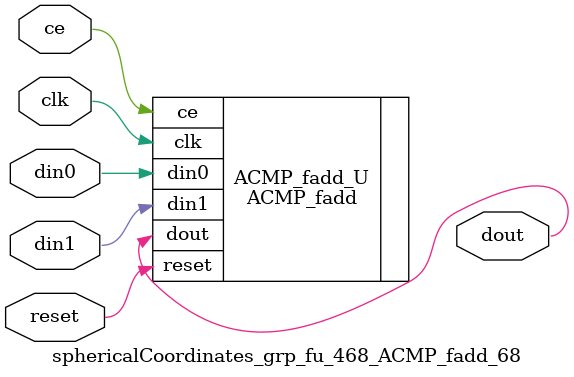
<source format=v>

`timescale 1 ns / 1 ps
module sphericalCoordinates_grp_fu_468_ACMP_fadd_68(
    clk,
    reset,
    ce,
    din0,
    din1,
    dout);

parameter ID = 32'd1;
parameter NUM_STAGE = 32'd1;
parameter din0_WIDTH = 32'd1;
parameter din1_WIDTH = 32'd1;
parameter dout_WIDTH = 32'd1;
input clk;
input reset;
input ce;
input[din0_WIDTH - 1:0] din0;
input[din1_WIDTH - 1:0] din1;
output[dout_WIDTH - 1:0] dout;



ACMP_fadd #(
.ID( ID ),
.NUM_STAGE( 4 ),
.din0_WIDTH( din0_WIDTH ),
.din1_WIDTH( din1_WIDTH ),
.dout_WIDTH( dout_WIDTH ))
ACMP_fadd_U(
    .clk( clk ),
    .reset( reset ),
    .ce( ce ),
    .din0( din0 ),
    .din1( din1 ),
    .dout( dout ));

endmodule

</source>
